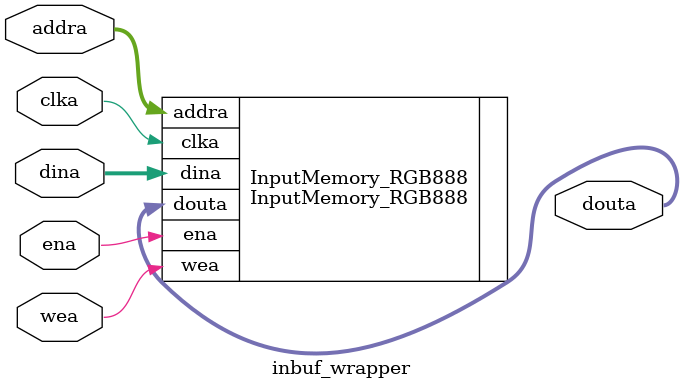
<source format=v>
module inbuf_wrapper #(
    parameter integer DATA_W = 24,
    parameter integer ADDR_W = 17,
    parameter integer DEPTH  = 130560
)(
    input  wire                  clka,
    input  wire                  ena,
    input  wire                  wea,     // 1'b1 write, 1'b0 read
    input  wire [ADDR_W-1:0]     addra,   // 0..DEPTH-1
    input  wire [DATA_W-1:0]     dina,
    output wire [DATA_W-1:0]     douta
);


    // Vivado BMG IP 인스턴스 (IP 이름은 생성한 것과 동일해야 함)
    InputMemory_RGB888 InputMemory_RGB888 (
        .clka  (clka),
        .ena   (ena),
        .wea   (wea),
        .addra (addra),
        .dina  (dina),
        .douta (douta)
    );

endmodule

</source>
